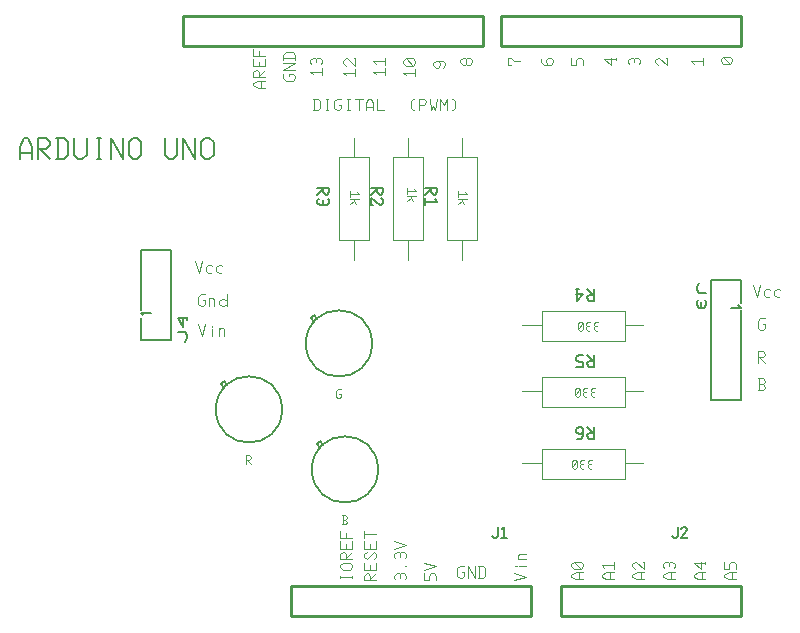
<source format=gbr>
G04 Generated by Ultiboard 14.1 *
%FSLAX34Y34*%
%MOMM*%

%ADD10C,0.0001*%
%ADD11C,0.0933*%
%ADD12C,0.1333*%
%ADD13C,0.2540*%
%ADD14C,0.2032*%
%ADD15C,0.0706*%
%ADD16C,0.2000*%
%ADD17C,0.1600*%
%ADD18C,0.1176*%
%ADD19C,0.1000*%


G04 ColorRGB FFFF00 for the following layer *
%LNSilkscreen Top*%
%LPD*%
G54D10*
G54D11*
X638380Y486684D02*
X640380Y484693D01*
X640380Y482702D01*
X638380Y480711D01*
X632380Y480711D01*
X630380Y482702D01*
X630380Y484693D01*
X632380Y486684D01*
X638380Y486684D01*
X638380Y480711D02*
X632380Y486684D01*
X577040Y479716D02*
X575040Y481707D01*
X575040Y483698D01*
X577040Y485689D01*
X578040Y485689D01*
X585040Y479716D01*
X585040Y485689D01*
X584040Y485689D01*
X607520Y480711D02*
X605520Y482702D01*
X615520Y482702D01*
X615520Y479716D02*
X615520Y485689D01*
X553180Y480711D02*
X552180Y481707D01*
X552180Y483698D01*
X554180Y485689D01*
X556180Y485689D01*
X557180Y484693D01*
X558180Y485689D01*
X560180Y485689D01*
X562180Y483698D01*
X562180Y481707D01*
X561180Y480711D01*
X557180Y481707D02*
X557180Y484693D01*
X537860Y485689D02*
X537860Y479716D01*
X531860Y484693D01*
X541860Y484693D01*
X541860Y483698D02*
X541860Y485689D01*
X503920Y485689D02*
X503920Y479716D01*
X507920Y479716D01*
X507920Y483698D01*
X509920Y485689D01*
X511920Y485689D01*
X513920Y483698D01*
X513920Y479716D01*
X419940Y483698D02*
X419940Y481707D01*
X417940Y479716D01*
X415940Y479716D01*
X414940Y480711D01*
X413940Y479716D01*
X411940Y479716D01*
X409940Y481707D01*
X409940Y483698D01*
X411940Y485689D01*
X413940Y485689D01*
X414940Y484693D01*
X415940Y485689D01*
X417940Y485689D01*
X419940Y483698D01*
X414940Y480711D02*
X414940Y484693D01*
X460580Y482702D02*
X455580Y482702D01*
X452580Y485689D01*
X450580Y485689D01*
X450580Y479716D01*
X452580Y479716D01*
X478520Y484693D02*
X478520Y481707D01*
X480520Y479716D01*
X484520Y479716D01*
X486520Y479716D01*
X488520Y481707D01*
X488520Y483698D01*
X486520Y485689D01*
X484520Y485689D01*
X482520Y483698D01*
X482520Y481707D01*
X484520Y479716D01*
X395080Y477176D02*
X397080Y479167D01*
X397080Y481158D01*
X395080Y483149D01*
X391080Y483149D01*
X389080Y483149D01*
X387080Y481158D01*
X387080Y479167D01*
X389080Y477176D01*
X391080Y477176D01*
X393080Y479167D01*
X393080Y481158D01*
X391080Y483149D01*
X363680Y471151D02*
X361680Y473142D01*
X371680Y473142D01*
X371680Y470156D02*
X371680Y476129D01*
X363680Y479116D02*
X361680Y481107D01*
X361680Y483098D01*
X363680Y485089D01*
X369680Y485089D01*
X371680Y483098D01*
X371680Y481107D01*
X369680Y479116D01*
X363680Y479116D01*
X363680Y485089D02*
X369680Y479116D01*
X338280Y471751D02*
X336280Y473742D01*
X346280Y473742D01*
X346280Y470756D02*
X346280Y476729D01*
X338280Y480711D02*
X336280Y482702D01*
X346280Y482702D01*
X346280Y479716D02*
X346280Y485689D01*
X312880Y471151D02*
X310880Y473142D01*
X320880Y473142D01*
X320880Y470156D02*
X320880Y476129D01*
X312880Y479116D02*
X310880Y481107D01*
X310880Y483098D01*
X312880Y485089D01*
X313880Y485089D01*
X320880Y479116D01*
X320880Y485089D01*
X319880Y485089D01*
X284940Y471751D02*
X282940Y473742D01*
X292940Y473742D01*
X292940Y470756D02*
X292940Y476729D01*
X283940Y480711D02*
X282940Y481707D01*
X282940Y483698D01*
X284940Y485689D01*
X286940Y485689D01*
X287940Y484693D01*
X288940Y485689D01*
X290940Y485689D01*
X292940Y483698D01*
X292940Y481707D01*
X291940Y480711D01*
X287940Y481707D02*
X287940Y484693D01*
X265080Y470258D02*
X265080Y472249D01*
X268080Y472249D01*
X270080Y470258D01*
X270080Y468267D01*
X268080Y466276D01*
X262080Y466276D01*
X260080Y468267D01*
X260080Y472249D01*
X270080Y475236D02*
X260080Y475236D01*
X270080Y481209D01*
X260080Y481209D01*
X270080Y484196D02*
X270080Y488178D01*
X268080Y490169D01*
X262080Y490169D01*
X260080Y488178D01*
X260080Y484196D01*
X260080Y485191D02*
X270080Y485191D01*
X244680Y460456D02*
X238680Y460456D01*
X234680Y462447D01*
X234680Y464438D01*
X238680Y466429D01*
X244680Y466429D01*
X241680Y460456D02*
X241680Y466429D01*
X244680Y469416D02*
X234680Y469416D01*
X234680Y473398D01*
X236680Y475389D01*
X237680Y475389D01*
X239680Y473398D01*
X239680Y469416D01*
X239680Y470411D02*
X244680Y475389D01*
X244680Y484349D02*
X244680Y478376D01*
X239680Y478376D01*
X234680Y478376D01*
X234680Y484349D01*
X239680Y478376D02*
X239680Y482358D01*
X244680Y487336D02*
X234680Y487336D01*
X234680Y493309D01*
X239680Y487336D02*
X239680Y491318D01*
X513920Y44036D02*
X507920Y44036D01*
X503920Y46027D01*
X503920Y48018D01*
X507920Y50009D01*
X513920Y50009D01*
X510920Y44036D02*
X510920Y50009D01*
X505920Y52996D02*
X503920Y54987D01*
X503920Y56978D01*
X505920Y58969D01*
X511920Y58969D01*
X513920Y56978D01*
X513920Y54987D01*
X511920Y52996D01*
X505920Y52996D01*
X505920Y58969D02*
X511920Y52996D01*
X643460Y44036D02*
X637460Y44036D01*
X633460Y46027D01*
X633460Y48018D01*
X637460Y50009D01*
X643460Y50009D01*
X640460Y44036D02*
X640460Y50009D01*
X633460Y58969D02*
X633460Y52996D01*
X637460Y52996D01*
X637460Y56978D01*
X639460Y58969D01*
X641460Y58969D01*
X643460Y56978D01*
X643460Y52996D01*
X539828Y44036D02*
X533828Y44036D01*
X529828Y46027D01*
X529828Y48018D01*
X533828Y50009D01*
X539828Y50009D01*
X536828Y44036D02*
X536828Y50009D01*
X531828Y53991D02*
X529828Y55982D01*
X539828Y55982D01*
X539828Y52996D02*
X539828Y58969D01*
X565736Y44036D02*
X559736Y44036D01*
X555736Y46027D01*
X555736Y48018D01*
X559736Y50009D01*
X565736Y50009D01*
X562736Y44036D02*
X562736Y50009D01*
X557736Y52996D02*
X555736Y54987D01*
X555736Y56978D01*
X557736Y58969D01*
X558736Y58969D01*
X565736Y52996D01*
X565736Y58969D01*
X564736Y58969D01*
X591644Y44036D02*
X585644Y44036D01*
X581644Y46027D01*
X581644Y48018D01*
X585644Y50009D01*
X591644Y50009D01*
X588644Y44036D02*
X588644Y50009D01*
X582644Y53991D02*
X581644Y54987D01*
X581644Y56978D01*
X583644Y58969D01*
X585644Y58969D01*
X586644Y57973D01*
X587644Y58969D01*
X589644Y58969D01*
X591644Y56978D01*
X591644Y54987D01*
X590644Y53991D01*
X586644Y54987D02*
X586644Y57973D01*
X617552Y44036D02*
X611552Y44036D01*
X607552Y46027D01*
X607552Y48018D01*
X611552Y50009D01*
X617552Y50009D01*
X614552Y44036D02*
X614552Y50009D01*
X613552Y58969D02*
X613552Y52996D01*
X607552Y57973D01*
X617552Y57973D01*
X617552Y56978D02*
X617552Y58969D01*
X318340Y45287D02*
X318340Y47278D01*
X308340Y45287D02*
X308340Y47278D01*
X318340Y46282D02*
X308340Y46282D01*
X316340Y52256D02*
X318340Y54247D01*
X318340Y56238D01*
X316340Y58229D01*
X310340Y58229D01*
X308340Y56238D01*
X308340Y54247D01*
X310340Y52256D01*
X316340Y52256D01*
X318340Y61216D02*
X308340Y61216D01*
X308340Y65198D01*
X310340Y67189D01*
X311340Y67189D01*
X313340Y65198D01*
X313340Y61216D01*
X313340Y62211D02*
X318340Y67189D01*
X318340Y76149D02*
X318340Y70176D01*
X313340Y70176D01*
X308340Y70176D01*
X308340Y76149D01*
X313340Y70176D02*
X313340Y74158D01*
X318340Y79136D02*
X308340Y79136D01*
X308340Y85109D01*
X313340Y79136D02*
X313340Y83118D01*
X338660Y43296D02*
X328660Y43296D01*
X328660Y47278D01*
X330660Y49269D01*
X331660Y49269D01*
X333660Y47278D01*
X333660Y43296D01*
X333660Y44291D02*
X338660Y49269D01*
X338660Y58229D02*
X338660Y52256D01*
X333660Y52256D01*
X328660Y52256D01*
X328660Y58229D01*
X333660Y52256D02*
X333660Y56238D01*
X336660Y61216D02*
X338660Y63207D01*
X338660Y65198D01*
X336660Y67189D01*
X330660Y61216D01*
X328660Y63207D01*
X328660Y65198D01*
X330660Y67189D01*
X338660Y76149D02*
X338660Y70176D01*
X333660Y70176D01*
X328660Y70176D01*
X328660Y76149D01*
X333660Y70176D02*
X333660Y74158D01*
X338660Y82122D02*
X328660Y82122D01*
X328660Y79136D02*
X328660Y85109D01*
X455660Y43296D02*
X465660Y46282D01*
X455660Y49269D01*
X465660Y55242D02*
X459660Y55242D01*
X457660Y55242D02*
X456660Y55242D01*
X465660Y61216D02*
X459660Y61216D01*
X458660Y61216D01*
X459660Y61216D02*
X458660Y62211D01*
X458660Y64202D01*
X459660Y65198D01*
X465660Y65198D01*
X379460Y49269D02*
X379460Y43296D01*
X383460Y43296D01*
X383460Y47278D01*
X385460Y49269D01*
X387460Y49269D01*
X389460Y47278D01*
X389460Y43296D01*
X379460Y52256D02*
X389460Y55242D01*
X379460Y58229D01*
X411378Y50300D02*
X413369Y50300D01*
X413369Y47300D01*
X411378Y45300D01*
X409387Y45300D01*
X407396Y47300D01*
X407396Y53300D01*
X409387Y55300D01*
X413369Y55300D01*
X416356Y45300D02*
X416356Y55300D01*
X422329Y45300D01*
X422329Y55300D01*
X425316Y45300D02*
X429298Y45300D01*
X431289Y47300D01*
X431289Y53300D01*
X429298Y55300D01*
X425316Y55300D01*
X426311Y55300D02*
X426311Y45300D01*
X285476Y441120D02*
X289458Y441120D01*
X291449Y443120D01*
X291449Y449120D01*
X289458Y451120D01*
X285476Y451120D01*
X286471Y451120D02*
X286471Y441120D01*
X296427Y441120D02*
X298418Y441120D01*
X296427Y451120D02*
X298418Y451120D01*
X297422Y441120D02*
X297422Y451120D01*
X307378Y446120D02*
X309369Y446120D01*
X309369Y443120D01*
X307378Y441120D01*
X305387Y441120D01*
X303396Y443120D01*
X303396Y449120D01*
X305387Y451120D01*
X309369Y451120D01*
X314347Y441120D02*
X316338Y441120D01*
X314347Y451120D02*
X316338Y451120D01*
X315342Y441120D02*
X315342Y451120D01*
X324302Y441120D02*
X324302Y451120D01*
X321316Y451120D02*
X327289Y451120D01*
X330276Y441120D02*
X330276Y447120D01*
X332267Y451120D01*
X334258Y451120D01*
X336249Y447120D01*
X336249Y441120D01*
X330276Y444120D02*
X336249Y444120D01*
X339236Y451120D02*
X339236Y441120D01*
X345209Y441120D01*
X371093Y441120D02*
X370098Y441120D01*
X368107Y443120D01*
X368107Y449120D01*
X370098Y451120D01*
X371093Y451120D01*
X375076Y441120D02*
X375076Y451120D01*
X379058Y451120D01*
X381049Y449120D01*
X381049Y448120D01*
X379058Y446120D01*
X375076Y446120D01*
X384036Y451120D02*
X385031Y441120D01*
X387022Y445120D01*
X389013Y441120D01*
X390009Y451120D01*
X392996Y441120D02*
X392996Y451120D01*
X395982Y446120D01*
X398969Y451120D01*
X398969Y441120D01*
X402951Y451120D02*
X403947Y451120D01*
X405938Y449120D01*
X405938Y443120D01*
X403947Y441120D01*
X402951Y441120D01*
X355060Y44291D02*
X354060Y45287D01*
X354060Y47278D01*
X356060Y49269D01*
X358060Y49269D01*
X359060Y48273D01*
X360060Y49269D01*
X362060Y49269D01*
X364060Y47278D01*
X364060Y45287D01*
X363060Y44291D01*
X359060Y45287D02*
X359060Y48273D01*
X364060Y55242D02*
X363060Y55242D01*
X355060Y62211D02*
X354060Y63207D01*
X354060Y65198D01*
X356060Y67189D01*
X358060Y67189D01*
X359060Y66193D01*
X360060Y67189D01*
X362060Y67189D01*
X364060Y65198D01*
X364060Y63207D01*
X363060Y62211D01*
X359060Y63207D02*
X359060Y66193D01*
X354060Y70176D02*
X364060Y73162D01*
X354060Y76149D01*
X188216Y260000D02*
X191202Y250000D01*
X194189Y260000D01*
X200162Y250000D02*
X200162Y256000D01*
X200162Y258000D02*
X200162Y259000D01*
X206136Y250000D02*
X206136Y256000D01*
X206136Y257000D01*
X206136Y256000D02*
X207131Y257000D01*
X209122Y257000D01*
X210118Y256000D01*
X210118Y250000D01*
X192198Y280400D02*
X194189Y280400D01*
X194189Y277400D01*
X192198Y275400D01*
X190207Y275400D01*
X188216Y277400D01*
X188216Y283400D01*
X190207Y285400D01*
X194189Y285400D01*
X197176Y275400D02*
X197176Y281400D01*
X197176Y282400D01*
X197176Y281400D02*
X198171Y282400D01*
X200162Y282400D01*
X201158Y281400D01*
X201158Y275400D01*
X212109Y277400D02*
X210118Y275400D01*
X208127Y275400D01*
X206136Y277400D01*
X206136Y279400D01*
X208127Y281400D01*
X210118Y281400D01*
X212109Y279400D01*
X212109Y285400D02*
X212109Y275400D01*
X185676Y313340D02*
X188662Y303340D01*
X191649Y313340D01*
X199613Y304340D02*
X198618Y303340D01*
X196627Y303340D01*
X194636Y305340D01*
X194636Y308340D01*
X196627Y310340D01*
X198618Y310340D01*
X199613Y309340D01*
X208573Y304340D02*
X207578Y303340D01*
X205587Y303340D01*
X203596Y305340D01*
X203596Y308340D01*
X205587Y310340D01*
X207578Y310340D01*
X208573Y309340D01*
X658116Y293020D02*
X661102Y283020D01*
X664089Y293020D01*
X672053Y284020D02*
X671058Y283020D01*
X669067Y283020D01*
X667076Y285020D01*
X667076Y288020D01*
X669067Y290020D01*
X671058Y290020D01*
X672053Y289020D01*
X681013Y284020D02*
X680018Y283020D01*
X678027Y283020D01*
X676036Y285020D01*
X676036Y288020D01*
X678027Y290020D01*
X680018Y290020D01*
X681013Y289020D01*
X665978Y260080D02*
X667969Y260080D01*
X667969Y257080D01*
X665978Y255080D01*
X663987Y255080D01*
X661996Y257080D01*
X661996Y263080D01*
X663987Y265080D01*
X667969Y265080D01*
X661996Y227140D02*
X661996Y237140D01*
X665978Y237140D01*
X667969Y235140D01*
X667969Y234140D01*
X665978Y232140D01*
X661996Y232140D01*
X662991Y232140D02*
X667969Y227140D01*
X661996Y204280D02*
X665978Y204280D01*
X667969Y206280D01*
X667969Y207280D01*
X665978Y209280D01*
X667969Y211280D01*
X667969Y212280D01*
X665978Y214280D01*
X662991Y214280D01*
X661996Y214280D01*
X662991Y209280D02*
X665978Y209280D01*
X662991Y214280D02*
X662991Y204280D01*
G54D12*
X436553Y81186D02*
X438260Y79471D01*
X439967Y79471D01*
X441673Y81186D01*
X441673Y88043D01*
X445087Y86329D02*
X446793Y88043D01*
X446793Y79471D01*
X444233Y79471D02*
X449353Y79471D01*
X589073Y81186D02*
X590780Y79471D01*
X592487Y79471D01*
X594193Y81186D01*
X594193Y88043D01*
X596753Y86329D02*
X598460Y88043D01*
X600167Y88043D01*
X601873Y86329D01*
X601873Y85471D01*
X596753Y79471D01*
X601873Y79471D01*
X601873Y80329D01*
G54D13*
X266700Y38100D02*
X469900Y38100D01*
X469900Y12700D01*
X266700Y12700D01*
X266700Y38100D01*
X495300Y38100D02*
X647700Y38100D01*
X647700Y12700D01*
X495300Y12700D01*
X495300Y38100D01*
X429260Y495300D02*
X175260Y495300D01*
X175260Y520700D01*
X429260Y520700D01*
X429260Y495300D01*
X647700Y495300D02*
X444500Y495300D01*
X444500Y520700D01*
X647700Y520700D01*
X647700Y495300D01*
G54D14*
X611869Y294715D02*
X610357Y291893D01*
X610357Y289070D01*
X611869Y286248D01*
X617917Y286248D01*
X617161Y280604D02*
X617917Y279193D01*
X617917Y276370D01*
X616405Y273548D01*
X614893Y273548D01*
X614137Y274959D01*
X613381Y273548D01*
X611869Y273548D01*
X610357Y276370D01*
X610357Y279193D01*
X611113Y280604D01*
X614137Y279193D02*
X614137Y274959D01*
X622300Y195580D02*
X622300Y297180D01*
X647700Y195580D02*
X647700Y271780D01*
X647700Y297180D02*
X622300Y297180D01*
X647700Y278130D02*
X647700Y297180D01*
X647700Y273897D02*
X639233Y273897D01*
X645583Y276013D02*
X647700Y273897D01*
X647700Y195580D02*
X622300Y195580D01*
X380480Y375804D02*
X390480Y375804D01*
X390480Y371822D01*
X388480Y369831D01*
X387480Y369831D01*
X385480Y371822D01*
X385480Y375804D01*
X385480Y374809D02*
X380480Y369831D01*
X388480Y365849D02*
X390480Y363858D01*
X380480Y363858D01*
X380480Y366844D02*
X380480Y360871D01*
X334760Y375804D02*
X344760Y375804D01*
X344760Y371822D01*
X342760Y369831D01*
X341760Y369831D01*
X339760Y371822D01*
X339760Y375804D01*
X339760Y374809D02*
X334760Y369831D01*
X342760Y366844D02*
X344760Y364853D01*
X344760Y362862D01*
X342760Y360871D01*
X341760Y360871D01*
X334760Y366844D01*
X334760Y360871D01*
X335760Y360871D01*
X289040Y375804D02*
X299040Y375804D01*
X299040Y371822D01*
X297040Y369831D01*
X296040Y369831D01*
X294040Y371822D01*
X294040Y375804D01*
X294040Y374809D02*
X289040Y369831D01*
X298040Y365849D02*
X299040Y364853D01*
X299040Y362862D01*
X297040Y360871D01*
X295040Y360871D01*
X294040Y361867D01*
X293040Y360871D01*
X291040Y360871D01*
X289040Y362862D01*
X289040Y364853D01*
X290040Y365849D01*
X294040Y364853D02*
X294040Y361867D01*
X176984Y245251D02*
X178495Y248073D01*
X178495Y250896D01*
X176984Y253718D01*
X170936Y253718D01*
X175472Y266418D02*
X175472Y257951D01*
X170936Y265007D01*
X178495Y265007D01*
X178495Y263596D02*
X178495Y266418D01*
X139700Y246380D02*
X165100Y246380D01*
X139700Y322580D02*
X165100Y322580D01*
X139700Y322580D02*
X139700Y271780D01*
X139700Y265430D02*
X139700Y246380D01*
X139700Y269663D02*
X148167Y269663D01*
X141817Y267547D02*
X139700Y269663D01*
X165100Y322580D02*
X165100Y246380D01*
X523124Y234200D02*
X523124Y224200D01*
X519142Y224200D01*
X517151Y226200D01*
X517151Y227200D01*
X519142Y229200D01*
X523124Y229200D01*
X522129Y229200D02*
X517151Y234200D01*
X508191Y224200D02*
X514164Y224200D01*
X514164Y228200D01*
X510182Y228200D01*
X508191Y230200D01*
X508191Y232200D01*
X510182Y234200D01*
X514164Y234200D01*
X523124Y290080D02*
X523124Y280080D01*
X519142Y280080D01*
X517151Y282080D01*
X517151Y283080D01*
X519142Y285080D01*
X523124Y285080D01*
X522129Y285080D02*
X517151Y290080D01*
X508191Y286080D02*
X514164Y286080D01*
X509187Y280080D01*
X509187Y290080D01*
X510182Y290080D02*
X508191Y290080D01*
X523124Y173240D02*
X523124Y163240D01*
X519142Y163240D01*
X517151Y165240D01*
X517151Y166240D01*
X519142Y168240D01*
X523124Y168240D01*
X522129Y168240D02*
X517151Y173240D01*
X509187Y163240D02*
X512173Y163240D01*
X514164Y165240D01*
X514164Y169240D01*
X514164Y171240D01*
X512173Y173240D01*
X510182Y173240D01*
X508191Y171240D01*
X508191Y169240D01*
X510182Y167240D01*
X512173Y167240D01*
X514164Y169240D01*
G54D15*
X309786Y90636D02*
X312796Y90636D01*
X314301Y92148D01*
X314301Y92904D01*
X312796Y94416D01*
X314301Y95928D01*
X314301Y96684D01*
X312796Y98196D01*
X310539Y98196D01*
X309786Y98196D01*
X310539Y94416D02*
X312796Y94416D01*
X310539Y98196D02*
X310539Y90636D01*
X228506Y141436D02*
X228506Y148996D01*
X231516Y148996D01*
X233021Y147484D01*
X233021Y146728D01*
X231516Y145216D01*
X228506Y145216D01*
X229259Y145216D02*
X233021Y141436D01*
X307716Y201096D02*
X309221Y201096D01*
X309221Y198828D01*
X307716Y197316D01*
X306211Y197316D01*
X304706Y198828D01*
X304706Y203364D01*
X306211Y204876D01*
X309221Y204876D01*
G54D16*
X284420Y137160D02*
G75*
D01*
G02X284420Y137160I28000J0*
G01*
X288420Y158660D02*
X291420Y155660D01*
X290920Y161160D02*
X293920Y158160D01*
X290920Y161160D02*
X288420Y158660D01*
X203140Y187960D02*
G75*
D01*
G02X203140Y187960I28000J0*
G01*
X207140Y209460D02*
X210140Y206460D01*
X209640Y211960D02*
X212640Y208960D01*
X209640Y211960D02*
X207140Y209460D01*
X279340Y243840D02*
G75*
D01*
G02X279340Y243840I28000J0*
G01*
X283340Y265340D02*
X286340Y262340D01*
X285840Y267840D02*
X288840Y264840D01*
X285840Y267840D02*
X283340Y265340D01*
G54D17*
X37267Y400243D02*
X37267Y410529D01*
X40680Y417386D01*
X44093Y417386D01*
X47507Y410529D01*
X47507Y400243D01*
X37267Y405386D02*
X47507Y405386D01*
X52627Y400243D02*
X52627Y417386D01*
X59453Y417386D01*
X62867Y413957D01*
X62867Y412243D01*
X59453Y408814D01*
X52627Y408814D01*
X54333Y408814D02*
X62867Y400243D01*
X67987Y400243D02*
X74813Y400243D01*
X78227Y403671D01*
X78227Y413957D01*
X74813Y417386D01*
X67987Y417386D01*
X69693Y417386D02*
X69693Y400243D01*
X83347Y417386D02*
X83347Y403671D01*
X86760Y400243D01*
X90173Y400243D01*
X93587Y403671D01*
X93587Y417386D01*
X102120Y400243D02*
X105533Y400243D01*
X102120Y417386D02*
X105533Y417386D01*
X103827Y400243D02*
X103827Y417386D01*
X114067Y400243D02*
X114067Y417386D01*
X124307Y400243D01*
X124307Y417386D01*
X129427Y403671D02*
X132840Y400243D01*
X136253Y400243D01*
X139667Y403671D01*
X139667Y413957D01*
X136253Y417386D01*
X132840Y417386D01*
X129427Y413957D01*
X129427Y403671D01*
X160147Y417386D02*
X160147Y403671D01*
X163560Y400243D01*
X166973Y400243D01*
X170387Y403671D01*
X170387Y417386D01*
X175507Y400243D02*
X175507Y417386D01*
X185747Y400243D01*
X185747Y417386D01*
X190867Y403671D02*
X194280Y400243D01*
X197693Y400243D01*
X201107Y403671D01*
X201107Y413957D01*
X197693Y417386D01*
X194280Y417386D01*
X190867Y413957D01*
X190867Y403671D01*
G54D18*
X414292Y371875D02*
X415804Y370370D01*
X408245Y370370D01*
X408245Y372627D02*
X408245Y368112D01*
X411268Y365854D02*
X411268Y364349D01*
X413536Y362091D01*
X411268Y364349D02*
X408245Y362091D01*
X408245Y365854D02*
X415804Y365854D01*
X371112Y374415D02*
X372624Y372910D01*
X365065Y372910D01*
X365065Y375167D02*
X365065Y370652D01*
X368088Y368394D02*
X368088Y366889D01*
X370356Y364631D01*
X368088Y366889D02*
X365065Y364631D01*
X365065Y368394D02*
X372624Y368394D01*
X322852Y371875D02*
X324364Y370370D01*
X316805Y370370D01*
X316805Y372627D02*
X316805Y368112D01*
X319828Y365854D02*
X319828Y364349D01*
X322096Y362091D01*
X319828Y364349D02*
X316805Y362091D01*
X316805Y365854D02*
X324364Y365854D01*
X524275Y199632D02*
X523522Y198876D01*
X522017Y198876D01*
X520512Y200388D01*
X520512Y201900D01*
X521265Y202656D01*
X520512Y203412D01*
X520512Y204924D01*
X522017Y206435D01*
X523522Y206435D01*
X524275Y205680D01*
X523522Y202656D02*
X521265Y202656D01*
X517502Y199632D02*
X516749Y198876D01*
X515244Y198876D01*
X513739Y200388D01*
X513739Y201900D01*
X514491Y202656D01*
X513739Y203412D01*
X513739Y204924D01*
X515244Y206435D01*
X516749Y206435D01*
X517502Y205680D01*
X516749Y202656D02*
X514491Y202656D01*
X511481Y200388D02*
X509976Y198876D01*
X508471Y198876D01*
X506966Y200388D01*
X506966Y204924D01*
X508471Y206435D01*
X509976Y206435D01*
X511481Y204924D01*
X511481Y200388D01*
X506966Y200388D02*
X511481Y204924D01*
X526815Y255512D02*
X526062Y254756D01*
X524557Y254756D01*
X523052Y256268D01*
X523052Y257780D01*
X523805Y258536D01*
X523052Y259292D01*
X523052Y260804D01*
X524557Y262315D01*
X526062Y262315D01*
X526815Y261560D01*
X526062Y258536D02*
X523805Y258536D01*
X520042Y255512D02*
X519289Y254756D01*
X517784Y254756D01*
X516279Y256268D01*
X516279Y257780D01*
X517031Y258536D01*
X516279Y259292D01*
X516279Y260804D01*
X517784Y262315D01*
X519289Y262315D01*
X520042Y261560D01*
X519289Y258536D02*
X517031Y258536D01*
X514021Y256268D02*
X512516Y254756D01*
X511011Y254756D01*
X509506Y256268D01*
X509506Y260804D01*
X511011Y262315D01*
X512516Y262315D01*
X514021Y260804D01*
X514021Y256268D01*
X509506Y256268D02*
X514021Y260804D01*
X521735Y138672D02*
X520982Y137916D01*
X519477Y137916D01*
X517972Y139428D01*
X517972Y140940D01*
X518725Y141696D01*
X517972Y142452D01*
X517972Y143964D01*
X519477Y145475D01*
X520982Y145475D01*
X521735Y144720D01*
X520982Y141696D02*
X518725Y141696D01*
X514962Y138672D02*
X514209Y137916D01*
X512704Y137916D01*
X511199Y139428D01*
X511199Y140940D01*
X511951Y141696D01*
X511199Y142452D01*
X511199Y143964D01*
X512704Y145475D01*
X514209Y145475D01*
X514962Y144720D01*
X514209Y141696D02*
X511951Y141696D01*
X508941Y139428D02*
X507436Y137916D01*
X505931Y137916D01*
X504426Y139428D01*
X504426Y143964D01*
X505931Y145475D01*
X507436Y145475D01*
X508941Y143964D01*
X508941Y139428D01*
X504426Y139428D02*
X508941Y143964D01*
G54D19*
X424380Y401800D02*
X398880Y401800D01*
X398880Y331800D01*
X424380Y331800D01*
X424380Y401800D01*
X411480Y417800D02*
X411480Y401800D01*
X411480Y331800D02*
X411480Y314800D01*
X378660Y401800D02*
X353160Y401800D01*
X353160Y331800D01*
X378660Y331800D01*
X378660Y401800D01*
X365760Y417800D02*
X365760Y401800D01*
X365760Y331800D02*
X365760Y314800D01*
X332940Y401800D02*
X307440Y401800D01*
X307440Y331800D01*
X332940Y331800D01*
X332940Y401800D01*
X320040Y417800D02*
X320040Y401800D01*
X320040Y331800D02*
X320040Y314800D01*
X549120Y190300D02*
X479120Y190300D01*
X479120Y215800D01*
X549120Y215800D01*
X549120Y190300D01*
X565120Y203200D02*
X549120Y203200D01*
X479120Y203200D02*
X462120Y203200D01*
X549120Y246180D02*
X479120Y246180D01*
X479120Y271680D01*
X549120Y271680D01*
X549120Y246180D01*
X565120Y259080D02*
X549120Y259080D01*
X479120Y259080D02*
X462120Y259080D01*
X549120Y129340D02*
X479120Y129340D01*
X479120Y154840D01*
X549120Y154840D01*
X549120Y129340D01*
X565120Y142240D02*
X549120Y142240D01*
X479120Y142240D02*
X462120Y142240D01*

M02*

</source>
